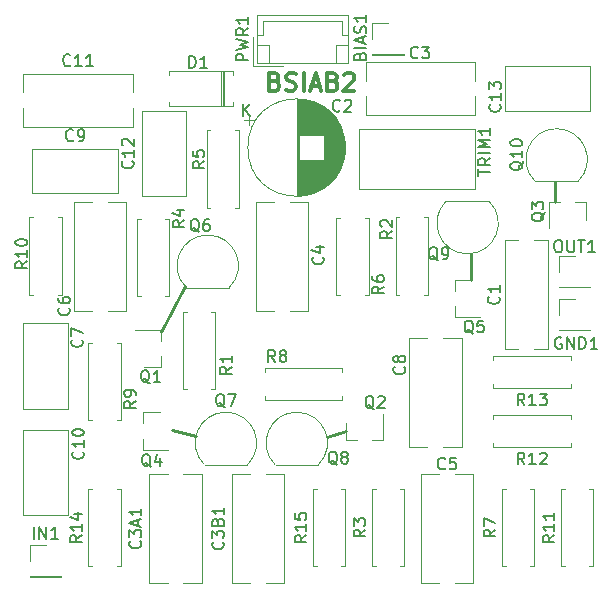
<source format=gbr>
%TF.GenerationSoftware,KiCad,Pcbnew,(5.1.12)-1*%
%TF.CreationDate,2022-03-07T16:55:28+01:00*%
%TF.ProjectId,BSIAB,42534941-422e-46b6-9963-61645f706362,rev?*%
%TF.SameCoordinates,Original*%
%TF.FileFunction,Legend,Top*%
%TF.FilePolarity,Positive*%
%FSLAX46Y46*%
G04 Gerber Fmt 4.6, Leading zero omitted, Abs format (unit mm)*
G04 Created by KiCad (PCBNEW (5.1.12)-1) date 2022-03-07 16:55:28*
%MOMM*%
%LPD*%
G01*
G04 APERTURE LIST*
%ADD10C,0.250000*%
%ADD11C,0.300000*%
%ADD12C,0.120000*%
%ADD13C,0.150000*%
G04 APERTURE END LIST*
D10*
X146100000Y-114900000D02*
X146100000Y-116600000D01*
X139000000Y-121000000D02*
X139000000Y-123200000D01*
X112800000Y-127600000D02*
X114800000Y-123700000D01*
X126800000Y-136500000D02*
X128400000Y-136000000D01*
X113700000Y-135900000D02*
X115700000Y-136400000D01*
D11*
X122428571Y-106392857D02*
X122642857Y-106464285D01*
X122714285Y-106535714D01*
X122785714Y-106678571D01*
X122785714Y-106892857D01*
X122714285Y-107035714D01*
X122642857Y-107107142D01*
X122500000Y-107178571D01*
X121928571Y-107178571D01*
X121928571Y-105678571D01*
X122428571Y-105678571D01*
X122571428Y-105750000D01*
X122642857Y-105821428D01*
X122714285Y-105964285D01*
X122714285Y-106107142D01*
X122642857Y-106250000D01*
X122571428Y-106321428D01*
X122428571Y-106392857D01*
X121928571Y-106392857D01*
X123357142Y-107107142D02*
X123571428Y-107178571D01*
X123928571Y-107178571D01*
X124071428Y-107107142D01*
X124142857Y-107035714D01*
X124214285Y-106892857D01*
X124214285Y-106750000D01*
X124142857Y-106607142D01*
X124071428Y-106535714D01*
X123928571Y-106464285D01*
X123642857Y-106392857D01*
X123500000Y-106321428D01*
X123428571Y-106250000D01*
X123357142Y-106107142D01*
X123357142Y-105964285D01*
X123428571Y-105821428D01*
X123500000Y-105750000D01*
X123642857Y-105678571D01*
X124000000Y-105678571D01*
X124214285Y-105750000D01*
X124857142Y-107178571D02*
X124857142Y-105678571D01*
X125500000Y-106750000D02*
X126214285Y-106750000D01*
X125357142Y-107178571D02*
X125857142Y-105678571D01*
X126357142Y-107178571D01*
X127357142Y-106392857D02*
X127571428Y-106464285D01*
X127642857Y-106535714D01*
X127714285Y-106678571D01*
X127714285Y-106892857D01*
X127642857Y-107035714D01*
X127571428Y-107107142D01*
X127428571Y-107178571D01*
X126857142Y-107178571D01*
X126857142Y-105678571D01*
X127357142Y-105678571D01*
X127500000Y-105750000D01*
X127571428Y-105821428D01*
X127642857Y-105964285D01*
X127642857Y-106107142D01*
X127571428Y-106250000D01*
X127500000Y-106321428D01*
X127357142Y-106392857D01*
X126857142Y-106392857D01*
X128285714Y-105821428D02*
X128357142Y-105750000D01*
X128500000Y-105678571D01*
X128857142Y-105678571D01*
X129000000Y-105750000D01*
X129071428Y-105821428D01*
X129142857Y-105964285D01*
X129142857Y-106107142D01*
X129071428Y-106321428D01*
X128214285Y-107178571D01*
X129142857Y-107178571D01*
D12*
%TO.C,C1*%
X143035000Y-129070000D02*
X141880000Y-129070000D01*
X145520000Y-129070000D02*
X144365000Y-129070000D01*
X143035000Y-119830000D02*
X141880000Y-119830000D01*
X145520000Y-119830000D02*
X144365000Y-119830000D01*
X141880000Y-119830000D02*
X141880000Y-129070000D01*
X145520000Y-119830000D02*
X145520000Y-129070000D01*
%TO.C,D1*%
X118130000Y-108470000D02*
X118130000Y-105530000D01*
X117890000Y-108470000D02*
X117890000Y-105530000D01*
X118010000Y-108470000D02*
X118010000Y-105530000D01*
X113470000Y-105530000D02*
X113470000Y-105860000D01*
X118910000Y-105530000D02*
X113470000Y-105530000D01*
X118910000Y-105860000D02*
X118910000Y-105530000D01*
X113470000Y-108470000D02*
X113470000Y-108140000D01*
X118910000Y-108470000D02*
X113470000Y-108470000D01*
X118910000Y-108140000D02*
X118910000Y-108470000D01*
%TO.C,Q1*%
X112760000Y-130580000D02*
X111300000Y-130580000D01*
X112760000Y-127420000D02*
X110600000Y-127420000D01*
X112760000Y-127420000D02*
X112760000Y-128350000D01*
X112760000Y-130580000D02*
X112760000Y-129650000D01*
%TO.C,Q2*%
X128420000Y-136760000D02*
X128420000Y-135300000D01*
X131580000Y-136760000D02*
X131580000Y-134600000D01*
X131580000Y-136760000D02*
X130650000Y-136760000D01*
X128420000Y-136760000D02*
X129350000Y-136760000D01*
%TO.C,Q3*%
X148780000Y-116640000D02*
X148780000Y-118100000D01*
X145620000Y-116640000D02*
X145620000Y-118800000D01*
X145620000Y-116640000D02*
X146550000Y-116640000D01*
X148780000Y-116640000D02*
X147850000Y-116640000D01*
%TO.C,Q4*%
X111240000Y-134420000D02*
X111240000Y-135350000D01*
X111240000Y-137580000D02*
X111240000Y-136650000D01*
X111240000Y-137580000D02*
X113400000Y-137580000D01*
X111240000Y-134420000D02*
X112700000Y-134420000D01*
%TO.C,Q5*%
X137640000Y-123220000D02*
X139100000Y-123220000D01*
X137640000Y-126380000D02*
X139800000Y-126380000D01*
X137640000Y-126380000D02*
X137640000Y-125450000D01*
X137640000Y-123220000D02*
X137640000Y-124150000D01*
%TO.C,Q6*%
X114930000Y-123850000D02*
X118530000Y-123850000D01*
X114891522Y-123838478D02*
G75*
G02*
X116730000Y-119400000I1838478J1838478D01*
G01*
X118568478Y-123838478D02*
G75*
G03*
X116730000Y-119400000I-1838478J1838478D01*
G01*
%TO.C,Q7*%
X116470000Y-138850000D02*
X120070000Y-138850000D01*
X120108478Y-138838478D02*
G75*
G03*
X118270000Y-134400000I-1838478J1838478D01*
G01*
X116431522Y-138838478D02*
G75*
G02*
X118270000Y-134400000I1838478J1838478D01*
G01*
%TO.C,Q8*%
X122470000Y-138850000D02*
X126070000Y-138850000D01*
X122431522Y-138838478D02*
G75*
G02*
X124270000Y-134400000I1838478J1838478D01*
G01*
X126108478Y-138838478D02*
G75*
G03*
X124270000Y-134400000I-1838478J1838478D01*
G01*
%TO.C,Q9*%
X140530000Y-116550000D02*
X136930000Y-116550000D01*
X136891522Y-116561522D02*
G75*
G03*
X138730000Y-121000000I1838478J-1838478D01*
G01*
X140568478Y-116561522D02*
G75*
G02*
X138730000Y-121000000I-1838478J-1838478D01*
G01*
%TO.C,Q10*%
X144470000Y-114850000D02*
X148070000Y-114850000D01*
X144431522Y-114838478D02*
G75*
G02*
X146270000Y-110400000I1838478J1838478D01*
G01*
X148108478Y-114838478D02*
G75*
G03*
X146270000Y-110400000I-1838478J1838478D01*
G01*
%TO.C,R1*%
X117370000Y-125920000D02*
X117040000Y-125920000D01*
X117370000Y-132460000D02*
X117370000Y-125920000D01*
X117040000Y-132460000D02*
X117370000Y-132460000D01*
X114630000Y-125920000D02*
X114960000Y-125920000D01*
X114630000Y-132460000D02*
X114630000Y-125920000D01*
X114960000Y-132460000D02*
X114630000Y-132460000D01*
%TO.C,R2*%
X132960000Y-124460000D02*
X132630000Y-124460000D01*
X132630000Y-124460000D02*
X132630000Y-117920000D01*
X132630000Y-117920000D02*
X132960000Y-117920000D01*
X135040000Y-124460000D02*
X135370000Y-124460000D01*
X135370000Y-124460000D02*
X135370000Y-117920000D01*
X135370000Y-117920000D02*
X135040000Y-117920000D01*
%TO.C,R3*%
X130960000Y-147460000D02*
X130630000Y-147460000D01*
X130630000Y-147460000D02*
X130630000Y-140920000D01*
X130630000Y-140920000D02*
X130960000Y-140920000D01*
X133040000Y-147460000D02*
X133370000Y-147460000D01*
X133370000Y-147460000D02*
X133370000Y-140920000D01*
X133370000Y-140920000D02*
X133040000Y-140920000D01*
%TO.C,R4*%
X113140000Y-118040000D02*
X113470000Y-118040000D01*
X113470000Y-118040000D02*
X113470000Y-124580000D01*
X113470000Y-124580000D02*
X113140000Y-124580000D01*
X111060000Y-118040000D02*
X110730000Y-118040000D01*
X110730000Y-118040000D02*
X110730000Y-124580000D01*
X110730000Y-124580000D02*
X111060000Y-124580000D01*
%TO.C,R5*%
X116630000Y-117080000D02*
X116960000Y-117080000D01*
X116630000Y-110540000D02*
X116630000Y-117080000D01*
X116960000Y-110540000D02*
X116630000Y-110540000D01*
X119370000Y-117080000D02*
X119040000Y-117080000D01*
X119370000Y-110540000D02*
X119370000Y-117080000D01*
X119040000Y-110540000D02*
X119370000Y-110540000D01*
%TO.C,R6*%
X130040000Y-117940000D02*
X130370000Y-117940000D01*
X130370000Y-117940000D02*
X130370000Y-124480000D01*
X130370000Y-124480000D02*
X130040000Y-124480000D01*
X127960000Y-117940000D02*
X127630000Y-117940000D01*
X127630000Y-117940000D02*
X127630000Y-124480000D01*
X127630000Y-124480000D02*
X127960000Y-124480000D01*
%TO.C,R7*%
X144370000Y-140920000D02*
X144040000Y-140920000D01*
X144370000Y-147460000D02*
X144370000Y-140920000D01*
X144040000Y-147460000D02*
X144370000Y-147460000D01*
X141630000Y-140920000D02*
X141960000Y-140920000D01*
X141630000Y-147460000D02*
X141630000Y-140920000D01*
X141960000Y-147460000D02*
X141630000Y-147460000D01*
%TO.C,R8*%
X121540000Y-130960000D02*
X121540000Y-130630000D01*
X121540000Y-130630000D02*
X128080000Y-130630000D01*
X128080000Y-130630000D02*
X128080000Y-130960000D01*
X121540000Y-133040000D02*
X121540000Y-133370000D01*
X121540000Y-133370000D02*
X128080000Y-133370000D01*
X128080000Y-133370000D02*
X128080000Y-133040000D01*
%TO.C,R9*%
X106630000Y-135080000D02*
X106960000Y-135080000D01*
X106630000Y-128540000D02*
X106630000Y-135080000D01*
X106960000Y-128540000D02*
X106630000Y-128540000D01*
X109370000Y-135080000D02*
X109040000Y-135080000D01*
X109370000Y-128540000D02*
X109370000Y-135080000D01*
X109040000Y-128540000D02*
X109370000Y-128540000D01*
%TO.C,R10*%
X101630000Y-124460000D02*
X101960000Y-124460000D01*
X101630000Y-117920000D02*
X101630000Y-124460000D01*
X101960000Y-117920000D02*
X101630000Y-117920000D01*
X104370000Y-124460000D02*
X104040000Y-124460000D01*
X104370000Y-117920000D02*
X104370000Y-124460000D01*
X104040000Y-117920000D02*
X104370000Y-117920000D01*
%TO.C,R11*%
X146960000Y-147460000D02*
X146630000Y-147460000D01*
X146630000Y-147460000D02*
X146630000Y-140920000D01*
X146630000Y-140920000D02*
X146960000Y-140920000D01*
X149040000Y-147460000D02*
X149370000Y-147460000D01*
X149370000Y-147460000D02*
X149370000Y-140920000D01*
X149370000Y-140920000D02*
X149040000Y-140920000D01*
%TO.C,R12*%
X147460000Y-137040000D02*
X147460000Y-137370000D01*
X147460000Y-137370000D02*
X140920000Y-137370000D01*
X140920000Y-137370000D02*
X140920000Y-137040000D01*
X147460000Y-134960000D02*
X147460000Y-134630000D01*
X147460000Y-134630000D02*
X140920000Y-134630000D01*
X140920000Y-134630000D02*
X140920000Y-134960000D01*
%TO.C,R13*%
X140920000Y-129630000D02*
X140920000Y-129960000D01*
X147460000Y-129630000D02*
X140920000Y-129630000D01*
X147460000Y-129960000D02*
X147460000Y-129630000D01*
X140920000Y-132370000D02*
X140920000Y-132040000D01*
X147460000Y-132370000D02*
X140920000Y-132370000D01*
X147460000Y-132040000D02*
X147460000Y-132370000D01*
%TO.C,R14*%
X109370000Y-140920000D02*
X109040000Y-140920000D01*
X109370000Y-147460000D02*
X109370000Y-140920000D01*
X109040000Y-147460000D02*
X109370000Y-147460000D01*
X106630000Y-140920000D02*
X106960000Y-140920000D01*
X106630000Y-147460000D02*
X106630000Y-140920000D01*
X106960000Y-147460000D02*
X106630000Y-147460000D01*
%TO.C,R15*%
X128370000Y-140920000D02*
X128040000Y-140920000D01*
X128370000Y-147460000D02*
X128370000Y-140920000D01*
X128040000Y-147460000D02*
X128370000Y-147460000D01*
X125630000Y-140920000D02*
X125960000Y-140920000D01*
X125630000Y-147460000D02*
X125630000Y-140920000D01*
X125960000Y-147460000D02*
X125630000Y-147460000D01*
%TO.C,TRIM1*%
X139345000Y-110470000D02*
X139345000Y-115540000D01*
X129575000Y-110470000D02*
X129575000Y-115540000D01*
X129575000Y-115540000D02*
X139345000Y-115540000D01*
X129575000Y-110470000D02*
X139345000Y-110470000D01*
%TO.C,C2*%
X120240302Y-109285000D02*
X120240302Y-110085000D01*
X119840302Y-109685000D02*
X120640302Y-109685000D01*
X128331000Y-111467000D02*
X128331000Y-112533000D01*
X128291000Y-111232000D02*
X128291000Y-112768000D01*
X128251000Y-111052000D02*
X128251000Y-112948000D01*
X128211000Y-110902000D02*
X128211000Y-113098000D01*
X128171000Y-110771000D02*
X128171000Y-113229000D01*
X128131000Y-110654000D02*
X128131000Y-113346000D01*
X128091000Y-110547000D02*
X128091000Y-113453000D01*
X128051000Y-110448000D02*
X128051000Y-113552000D01*
X128011000Y-110355000D02*
X128011000Y-113645000D01*
X127971000Y-110269000D02*
X127971000Y-113731000D01*
X127931000Y-110187000D02*
X127931000Y-113813000D01*
X127891000Y-110110000D02*
X127891000Y-113890000D01*
X127851000Y-110036000D02*
X127851000Y-113964000D01*
X127811000Y-109966000D02*
X127811000Y-114034000D01*
X127771000Y-109898000D02*
X127771000Y-114102000D01*
X127731000Y-109834000D02*
X127731000Y-114166000D01*
X127691000Y-109772000D02*
X127691000Y-114228000D01*
X127651000Y-109713000D02*
X127651000Y-114287000D01*
X127611000Y-109655000D02*
X127611000Y-114345000D01*
X127571000Y-109600000D02*
X127571000Y-114400000D01*
X127531000Y-109546000D02*
X127531000Y-114454000D01*
X127491000Y-109495000D02*
X127491000Y-114505000D01*
X127451000Y-109444000D02*
X127451000Y-114556000D01*
X127411000Y-109396000D02*
X127411000Y-114604000D01*
X127371000Y-109349000D02*
X127371000Y-114651000D01*
X127331000Y-109303000D02*
X127331000Y-114697000D01*
X127291000Y-109259000D02*
X127291000Y-114741000D01*
X127251000Y-109216000D02*
X127251000Y-114784000D01*
X127211000Y-109174000D02*
X127211000Y-114826000D01*
X127171000Y-109133000D02*
X127171000Y-114867000D01*
X127131000Y-109093000D02*
X127131000Y-114907000D01*
X127091000Y-109055000D02*
X127091000Y-114945000D01*
X127051000Y-109017000D02*
X127051000Y-114983000D01*
X127011000Y-108981000D02*
X127011000Y-115019000D01*
X126971000Y-108945000D02*
X126971000Y-115055000D01*
X126931000Y-108910000D02*
X126931000Y-115090000D01*
X126891000Y-108876000D02*
X126891000Y-115124000D01*
X126851000Y-108844000D02*
X126851000Y-115156000D01*
X126811000Y-108811000D02*
X126811000Y-115189000D01*
X126771000Y-108780000D02*
X126771000Y-115220000D01*
X126731000Y-108750000D02*
X126731000Y-115250000D01*
X126691000Y-108720000D02*
X126691000Y-115280000D01*
X126651000Y-108691000D02*
X126651000Y-115309000D01*
X126611000Y-108662000D02*
X126611000Y-115338000D01*
X126571000Y-108635000D02*
X126571000Y-115365000D01*
X126531000Y-113040000D02*
X126531000Y-115392000D01*
X126531000Y-108608000D02*
X126531000Y-110960000D01*
X126491000Y-113040000D02*
X126491000Y-115418000D01*
X126491000Y-108582000D02*
X126491000Y-110960000D01*
X126451000Y-113040000D02*
X126451000Y-115444000D01*
X126451000Y-108556000D02*
X126451000Y-110960000D01*
X126411000Y-113040000D02*
X126411000Y-115469000D01*
X126411000Y-108531000D02*
X126411000Y-110960000D01*
X126371000Y-113040000D02*
X126371000Y-115493000D01*
X126371000Y-108507000D02*
X126371000Y-110960000D01*
X126331000Y-113040000D02*
X126331000Y-115517000D01*
X126331000Y-108483000D02*
X126331000Y-110960000D01*
X126291000Y-113040000D02*
X126291000Y-115540000D01*
X126291000Y-108460000D02*
X126291000Y-110960000D01*
X126251000Y-113040000D02*
X126251000Y-115562000D01*
X126251000Y-108438000D02*
X126251000Y-110960000D01*
X126211000Y-113040000D02*
X126211000Y-115584000D01*
X126211000Y-108416000D02*
X126211000Y-110960000D01*
X126171000Y-113040000D02*
X126171000Y-115606000D01*
X126171000Y-108394000D02*
X126171000Y-110960000D01*
X126131000Y-113040000D02*
X126131000Y-115627000D01*
X126131000Y-108373000D02*
X126131000Y-110960000D01*
X126091000Y-113040000D02*
X126091000Y-115647000D01*
X126091000Y-108353000D02*
X126091000Y-110960000D01*
X126051000Y-113040000D02*
X126051000Y-115666000D01*
X126051000Y-108334000D02*
X126051000Y-110960000D01*
X126011000Y-113040000D02*
X126011000Y-115686000D01*
X126011000Y-108314000D02*
X126011000Y-110960000D01*
X125971000Y-113040000D02*
X125971000Y-115704000D01*
X125971000Y-108296000D02*
X125971000Y-110960000D01*
X125931000Y-113040000D02*
X125931000Y-115722000D01*
X125931000Y-108278000D02*
X125931000Y-110960000D01*
X125891000Y-113040000D02*
X125891000Y-115740000D01*
X125891000Y-108260000D02*
X125891000Y-110960000D01*
X125851000Y-113040000D02*
X125851000Y-115757000D01*
X125851000Y-108243000D02*
X125851000Y-110960000D01*
X125811000Y-113040000D02*
X125811000Y-115774000D01*
X125811000Y-108226000D02*
X125811000Y-110960000D01*
X125771000Y-113040000D02*
X125771000Y-115790000D01*
X125771000Y-108210000D02*
X125771000Y-110960000D01*
X125731000Y-113040000D02*
X125731000Y-115805000D01*
X125731000Y-108195000D02*
X125731000Y-110960000D01*
X125691000Y-113040000D02*
X125691000Y-115821000D01*
X125691000Y-108179000D02*
X125691000Y-110960000D01*
X125651000Y-113040000D02*
X125651000Y-115835000D01*
X125651000Y-108165000D02*
X125651000Y-110960000D01*
X125611000Y-113040000D02*
X125611000Y-115850000D01*
X125611000Y-108150000D02*
X125611000Y-110960000D01*
X125571000Y-113040000D02*
X125571000Y-115863000D01*
X125571000Y-108137000D02*
X125571000Y-110960000D01*
X125531000Y-113040000D02*
X125531000Y-115877000D01*
X125531000Y-108123000D02*
X125531000Y-110960000D01*
X125491000Y-113040000D02*
X125491000Y-115889000D01*
X125491000Y-108111000D02*
X125491000Y-110960000D01*
X125451000Y-113040000D02*
X125451000Y-115902000D01*
X125451000Y-108098000D02*
X125451000Y-110960000D01*
X125411000Y-113040000D02*
X125411000Y-115914000D01*
X125411000Y-108086000D02*
X125411000Y-110960000D01*
X125371000Y-113040000D02*
X125371000Y-115925000D01*
X125371000Y-108075000D02*
X125371000Y-110960000D01*
X125331000Y-113040000D02*
X125331000Y-115936000D01*
X125331000Y-108064000D02*
X125331000Y-110960000D01*
X125291000Y-113040000D02*
X125291000Y-115947000D01*
X125291000Y-108053000D02*
X125291000Y-110960000D01*
X125251000Y-113040000D02*
X125251000Y-115957000D01*
X125251000Y-108043000D02*
X125251000Y-110960000D01*
X125211000Y-113040000D02*
X125211000Y-115967000D01*
X125211000Y-108033000D02*
X125211000Y-110960000D01*
X125171000Y-113040000D02*
X125171000Y-115976000D01*
X125171000Y-108024000D02*
X125171000Y-110960000D01*
X125131000Y-113040000D02*
X125131000Y-115985000D01*
X125131000Y-108015000D02*
X125131000Y-110960000D01*
X125091000Y-113040000D02*
X125091000Y-115994000D01*
X125091000Y-108006000D02*
X125091000Y-110960000D01*
X125051000Y-113040000D02*
X125051000Y-116002000D01*
X125051000Y-107998000D02*
X125051000Y-110960000D01*
X125011000Y-113040000D02*
X125011000Y-116010000D01*
X125011000Y-107990000D02*
X125011000Y-110960000D01*
X124971000Y-113040000D02*
X124971000Y-116017000D01*
X124971000Y-107983000D02*
X124971000Y-110960000D01*
X124930000Y-113040000D02*
X124930000Y-116024000D01*
X124930000Y-107976000D02*
X124930000Y-110960000D01*
X124890000Y-113040000D02*
X124890000Y-116030000D01*
X124890000Y-107970000D02*
X124890000Y-110960000D01*
X124850000Y-113040000D02*
X124850000Y-116037000D01*
X124850000Y-107963000D02*
X124850000Y-110960000D01*
X124810000Y-113040000D02*
X124810000Y-116042000D01*
X124810000Y-107958000D02*
X124810000Y-110960000D01*
X124770000Y-113040000D02*
X124770000Y-116048000D01*
X124770000Y-107952000D02*
X124770000Y-110960000D01*
X124730000Y-113040000D02*
X124730000Y-116052000D01*
X124730000Y-107948000D02*
X124730000Y-110960000D01*
X124690000Y-113040000D02*
X124690000Y-116057000D01*
X124690000Y-107943000D02*
X124690000Y-110960000D01*
X124650000Y-113040000D02*
X124650000Y-116061000D01*
X124650000Y-107939000D02*
X124650000Y-110960000D01*
X124610000Y-113040000D02*
X124610000Y-116065000D01*
X124610000Y-107935000D02*
X124610000Y-110960000D01*
X124570000Y-113040000D02*
X124570000Y-116068000D01*
X124570000Y-107932000D02*
X124570000Y-110960000D01*
X124530000Y-113040000D02*
X124530000Y-116071000D01*
X124530000Y-107929000D02*
X124530000Y-110960000D01*
X124490000Y-113040000D02*
X124490000Y-116074000D01*
X124490000Y-107926000D02*
X124490000Y-110960000D01*
X124450000Y-107924000D02*
X124450000Y-116076000D01*
X124410000Y-107923000D02*
X124410000Y-116077000D01*
X124370000Y-107921000D02*
X124370000Y-116079000D01*
X124330000Y-107920000D02*
X124330000Y-116080000D01*
X124290000Y-107920000D02*
X124290000Y-116080000D01*
X124250000Y-107920000D02*
X124250000Y-116080000D01*
X128370000Y-112000000D02*
G75*
G03*
X128370000Y-112000000I-4120000J0D01*
G01*
%TO.C,C7*%
X101130000Y-126880000D02*
X104870000Y-126880000D01*
X101130000Y-134120000D02*
X104870000Y-134120000D01*
X104870000Y-134120000D02*
X104870000Y-126880000D01*
X101130000Y-134120000D02*
X101130000Y-126880000D01*
%TO.C,C9*%
X101880000Y-112130000D02*
X109120000Y-112130000D01*
X101880000Y-115870000D02*
X109120000Y-115870000D01*
X101880000Y-112130000D02*
X101880000Y-115870000D01*
X109120000Y-112130000D02*
X109120000Y-115870000D01*
%TO.C,C10*%
X101130000Y-135880000D02*
X104870000Y-135880000D01*
X101130000Y-143120000D02*
X104870000Y-143120000D01*
X104870000Y-143120000D02*
X104870000Y-135880000D01*
X101130000Y-143120000D02*
X101130000Y-135880000D01*
%TO.C,C12*%
X111130000Y-108880000D02*
X114870000Y-108880000D01*
X111130000Y-116120000D02*
X114870000Y-116120000D01*
X114870000Y-116120000D02*
X114870000Y-108880000D01*
X111130000Y-116120000D02*
X111130000Y-108880000D01*
%TO.C,C13*%
X149120000Y-108870000D02*
X141880000Y-108870000D01*
X149120000Y-105130000D02*
X141880000Y-105130000D01*
X149120000Y-108870000D02*
X149120000Y-105130000D01*
X141880000Y-108870000D02*
X141880000Y-105130000D01*
%TO.C,C3*%
X139370000Y-107665000D02*
X139370000Y-109220000D01*
X139370000Y-104780000D02*
X139370000Y-106335000D01*
X130130000Y-107665000D02*
X130130000Y-109220000D01*
X130130000Y-104780000D02*
X130130000Y-106335000D01*
X130130000Y-109220000D02*
X139370000Y-109220000D01*
X130130000Y-104780000D02*
X139370000Y-104780000D01*
%TO.C,C4*%
X123665000Y-116630000D02*
X125220000Y-116630000D01*
X120780000Y-116630000D02*
X122335000Y-116630000D01*
X123665000Y-125870000D02*
X125220000Y-125870000D01*
X120780000Y-125870000D02*
X122335000Y-125870000D01*
X125220000Y-125870000D02*
X125220000Y-116630000D01*
X120780000Y-125870000D02*
X120780000Y-116630000D01*
%TO.C,C5*%
X137665000Y-139630000D02*
X139220000Y-139630000D01*
X134780000Y-139630000D02*
X136335000Y-139630000D01*
X137665000Y-148870000D02*
X139220000Y-148870000D01*
X134780000Y-148870000D02*
X136335000Y-148870000D01*
X139220000Y-148870000D02*
X139220000Y-139630000D01*
X134780000Y-148870000D02*
X134780000Y-139630000D01*
%TO.C,C6*%
X105380000Y-125870000D02*
X105380000Y-116630000D01*
X109820000Y-125870000D02*
X109820000Y-116630000D01*
X105380000Y-125870000D02*
X106935000Y-125870000D01*
X108265000Y-125870000D02*
X109820000Y-125870000D01*
X105380000Y-116630000D02*
X106935000Y-116630000D01*
X108265000Y-116630000D02*
X109820000Y-116630000D01*
%TO.C,C8*%
X138220000Y-128130000D02*
X138220000Y-137370000D01*
X133780000Y-128130000D02*
X133780000Y-137370000D01*
X138220000Y-128130000D02*
X136665000Y-128130000D01*
X135335000Y-128130000D02*
X133780000Y-128130000D01*
X138220000Y-137370000D02*
X136665000Y-137370000D01*
X135335000Y-137370000D02*
X133780000Y-137370000D01*
%TO.C,C11*%
X101130000Y-105780000D02*
X110370000Y-105780000D01*
X101130000Y-110220000D02*
X110370000Y-110220000D01*
X101130000Y-105780000D02*
X101130000Y-107335000D01*
X101130000Y-108665000D02*
X101130000Y-110220000D01*
X110370000Y-105780000D02*
X110370000Y-107335000D01*
X110370000Y-108665000D02*
X110370000Y-110220000D01*
%TO.C,C3A1*%
X114665000Y-139630000D02*
X116220000Y-139630000D01*
X111780000Y-139630000D02*
X113335000Y-139630000D01*
X114665000Y-148870000D02*
X116220000Y-148870000D01*
X111780000Y-148870000D02*
X113335000Y-148870000D01*
X116220000Y-148870000D02*
X116220000Y-139630000D01*
X111780000Y-148870000D02*
X111780000Y-139630000D01*
%TO.C,C3B1*%
X118780000Y-148870000D02*
X118780000Y-139630000D01*
X123220000Y-148870000D02*
X123220000Y-139630000D01*
X118780000Y-148870000D02*
X120335000Y-148870000D01*
X121665000Y-148870000D02*
X123220000Y-148870000D01*
X118780000Y-139630000D02*
X120335000Y-139630000D01*
X121665000Y-139630000D02*
X123220000Y-139630000D01*
%TO.C,PWR1*%
X120890000Y-100790000D02*
X120890000Y-104810000D01*
X120890000Y-104810000D02*
X128610000Y-104810000D01*
X128610000Y-104810000D02*
X128610000Y-100790000D01*
X128610000Y-100790000D02*
X120890000Y-100790000D01*
X120890000Y-102500000D02*
X121390000Y-102500000D01*
X121390000Y-102500000D02*
X121390000Y-101290000D01*
X121390000Y-101290000D02*
X128110000Y-101290000D01*
X128110000Y-101290000D02*
X128110000Y-102500000D01*
X128110000Y-102500000D02*
X128610000Y-102500000D01*
X120890000Y-103310000D02*
X121890000Y-103310000D01*
X121890000Y-103310000D02*
X121890000Y-104810000D01*
X128610000Y-103310000D02*
X127610000Y-103310000D01*
X127610000Y-103310000D02*
X127610000Y-104810000D01*
X120590000Y-102610000D02*
X120590000Y-105110000D01*
X120590000Y-105110000D02*
X123090000Y-105110000D01*
%TO.C,BIAS1*%
X130670000Y-104130000D02*
X133330000Y-104130000D01*
X130670000Y-104070000D02*
X130670000Y-104130000D01*
X133330000Y-104070000D02*
X133330000Y-104130000D01*
X130670000Y-104070000D02*
X133330000Y-104070000D01*
X130670000Y-102800000D02*
X130670000Y-101470000D01*
X130670000Y-101470000D02*
X132000000Y-101470000D01*
%TO.C,GND1*%
X146470000Y-124820000D02*
X147800000Y-124820000D01*
X146470000Y-126150000D02*
X146470000Y-124820000D01*
X146470000Y-127420000D02*
X149130000Y-127420000D01*
X149130000Y-127420000D02*
X149130000Y-127480000D01*
X146470000Y-127420000D02*
X146470000Y-127480000D01*
X146470000Y-127480000D02*
X149130000Y-127480000D01*
%TO.C,IN1*%
X101670000Y-145670000D02*
X103000000Y-145670000D01*
X101670000Y-147000000D02*
X101670000Y-145670000D01*
X101670000Y-148270000D02*
X104330000Y-148270000D01*
X104330000Y-148270000D02*
X104330000Y-148330000D01*
X101670000Y-148270000D02*
X101670000Y-148330000D01*
X101670000Y-148330000D02*
X104330000Y-148330000D01*
%TO.C,OUT1*%
X146470000Y-123830000D02*
X149130000Y-123830000D01*
X146470000Y-123770000D02*
X146470000Y-123830000D01*
X149130000Y-123770000D02*
X149130000Y-123830000D01*
X146470000Y-123770000D02*
X149130000Y-123770000D01*
X146470000Y-122500000D02*
X146470000Y-121170000D01*
X146470000Y-121170000D02*
X147800000Y-121170000D01*
%TO.C,C1*%
D13*
X141357142Y-124616666D02*
X141404761Y-124664285D01*
X141452380Y-124807142D01*
X141452380Y-124902380D01*
X141404761Y-125045238D01*
X141309523Y-125140476D01*
X141214285Y-125188095D01*
X141023809Y-125235714D01*
X140880952Y-125235714D01*
X140690476Y-125188095D01*
X140595238Y-125140476D01*
X140500000Y-125045238D01*
X140452380Y-124902380D01*
X140452380Y-124807142D01*
X140500000Y-124664285D01*
X140547619Y-124616666D01*
X141452380Y-123664285D02*
X141452380Y-124235714D01*
X141452380Y-123950000D02*
X140452380Y-123950000D01*
X140595238Y-124045238D01*
X140690476Y-124140476D01*
X140738095Y-124235714D01*
%TO.C,D1*%
X115161904Y-105252380D02*
X115161904Y-104252380D01*
X115400000Y-104252380D01*
X115542857Y-104300000D01*
X115638095Y-104395238D01*
X115685714Y-104490476D01*
X115733333Y-104680952D01*
X115733333Y-104823809D01*
X115685714Y-105014285D01*
X115638095Y-105109523D01*
X115542857Y-105204761D01*
X115400000Y-105252380D01*
X115161904Y-105252380D01*
X116685714Y-105252380D02*
X116114285Y-105252380D01*
X116400000Y-105252380D02*
X116400000Y-104252380D01*
X116304761Y-104395238D01*
X116209523Y-104490476D01*
X116114285Y-104538095D01*
X119738095Y-109352380D02*
X119738095Y-108352380D01*
X120309523Y-109352380D02*
X119880952Y-108780952D01*
X120309523Y-108352380D02*
X119738095Y-108923809D01*
%TO.C,Q1*%
X111804761Y-131947619D02*
X111709523Y-131900000D01*
X111614285Y-131804761D01*
X111471428Y-131661904D01*
X111376190Y-131614285D01*
X111280952Y-131614285D01*
X111328571Y-131852380D02*
X111233333Y-131804761D01*
X111138095Y-131709523D01*
X111090476Y-131519047D01*
X111090476Y-131185714D01*
X111138095Y-130995238D01*
X111233333Y-130900000D01*
X111328571Y-130852380D01*
X111519047Y-130852380D01*
X111614285Y-130900000D01*
X111709523Y-130995238D01*
X111757142Y-131185714D01*
X111757142Y-131519047D01*
X111709523Y-131709523D01*
X111614285Y-131804761D01*
X111519047Y-131852380D01*
X111328571Y-131852380D01*
X112709523Y-131852380D02*
X112138095Y-131852380D01*
X112423809Y-131852380D02*
X112423809Y-130852380D01*
X112328571Y-130995238D01*
X112233333Y-131090476D01*
X112138095Y-131138095D01*
%TO.C,Q2*%
X130804761Y-134147619D02*
X130709523Y-134100000D01*
X130614285Y-134004761D01*
X130471428Y-133861904D01*
X130376190Y-133814285D01*
X130280952Y-133814285D01*
X130328571Y-134052380D02*
X130233333Y-134004761D01*
X130138095Y-133909523D01*
X130090476Y-133719047D01*
X130090476Y-133385714D01*
X130138095Y-133195238D01*
X130233333Y-133100000D01*
X130328571Y-133052380D01*
X130519047Y-133052380D01*
X130614285Y-133100000D01*
X130709523Y-133195238D01*
X130757142Y-133385714D01*
X130757142Y-133719047D01*
X130709523Y-133909523D01*
X130614285Y-134004761D01*
X130519047Y-134052380D01*
X130328571Y-134052380D01*
X131138095Y-133147619D02*
X131185714Y-133100000D01*
X131280952Y-133052380D01*
X131519047Y-133052380D01*
X131614285Y-133100000D01*
X131661904Y-133147619D01*
X131709523Y-133242857D01*
X131709523Y-133338095D01*
X131661904Y-133480952D01*
X131090476Y-134052380D01*
X131709523Y-134052380D01*
%TO.C,Q3*%
X145247619Y-117495238D02*
X145200000Y-117590476D01*
X145104761Y-117685714D01*
X144961904Y-117828571D01*
X144914285Y-117923809D01*
X144914285Y-118019047D01*
X145152380Y-117971428D02*
X145104761Y-118066666D01*
X145009523Y-118161904D01*
X144819047Y-118209523D01*
X144485714Y-118209523D01*
X144295238Y-118161904D01*
X144200000Y-118066666D01*
X144152380Y-117971428D01*
X144152380Y-117780952D01*
X144200000Y-117685714D01*
X144295238Y-117590476D01*
X144485714Y-117542857D01*
X144819047Y-117542857D01*
X145009523Y-117590476D01*
X145104761Y-117685714D01*
X145152380Y-117780952D01*
X145152380Y-117971428D01*
X144152380Y-117209523D02*
X144152380Y-116590476D01*
X144533333Y-116923809D01*
X144533333Y-116780952D01*
X144580952Y-116685714D01*
X144628571Y-116638095D01*
X144723809Y-116590476D01*
X144961904Y-116590476D01*
X145057142Y-116638095D01*
X145104761Y-116685714D01*
X145152380Y-116780952D01*
X145152380Y-117066666D01*
X145104761Y-117161904D01*
X145057142Y-117209523D01*
%TO.C,Q4*%
X111904761Y-139047619D02*
X111809523Y-139000000D01*
X111714285Y-138904761D01*
X111571428Y-138761904D01*
X111476190Y-138714285D01*
X111380952Y-138714285D01*
X111428571Y-138952380D02*
X111333333Y-138904761D01*
X111238095Y-138809523D01*
X111190476Y-138619047D01*
X111190476Y-138285714D01*
X111238095Y-138095238D01*
X111333333Y-138000000D01*
X111428571Y-137952380D01*
X111619047Y-137952380D01*
X111714285Y-138000000D01*
X111809523Y-138095238D01*
X111857142Y-138285714D01*
X111857142Y-138619047D01*
X111809523Y-138809523D01*
X111714285Y-138904761D01*
X111619047Y-138952380D01*
X111428571Y-138952380D01*
X112714285Y-138285714D02*
X112714285Y-138952380D01*
X112476190Y-137904761D02*
X112238095Y-138619047D01*
X112857142Y-138619047D01*
%TO.C,Q5*%
X139204761Y-127747619D02*
X139109523Y-127700000D01*
X139014285Y-127604761D01*
X138871428Y-127461904D01*
X138776190Y-127414285D01*
X138680952Y-127414285D01*
X138728571Y-127652380D02*
X138633333Y-127604761D01*
X138538095Y-127509523D01*
X138490476Y-127319047D01*
X138490476Y-126985714D01*
X138538095Y-126795238D01*
X138633333Y-126700000D01*
X138728571Y-126652380D01*
X138919047Y-126652380D01*
X139014285Y-126700000D01*
X139109523Y-126795238D01*
X139157142Y-126985714D01*
X139157142Y-127319047D01*
X139109523Y-127509523D01*
X139014285Y-127604761D01*
X138919047Y-127652380D01*
X138728571Y-127652380D01*
X140061904Y-126652380D02*
X139585714Y-126652380D01*
X139538095Y-127128571D01*
X139585714Y-127080952D01*
X139680952Y-127033333D01*
X139919047Y-127033333D01*
X140014285Y-127080952D01*
X140061904Y-127128571D01*
X140109523Y-127223809D01*
X140109523Y-127461904D01*
X140061904Y-127557142D01*
X140014285Y-127604761D01*
X139919047Y-127652380D01*
X139680952Y-127652380D01*
X139585714Y-127604761D01*
X139538095Y-127557142D01*
%TO.C,Q6*%
X116004761Y-119147619D02*
X115909523Y-119100000D01*
X115814285Y-119004761D01*
X115671428Y-118861904D01*
X115576190Y-118814285D01*
X115480952Y-118814285D01*
X115528571Y-119052380D02*
X115433333Y-119004761D01*
X115338095Y-118909523D01*
X115290476Y-118719047D01*
X115290476Y-118385714D01*
X115338095Y-118195238D01*
X115433333Y-118100000D01*
X115528571Y-118052380D01*
X115719047Y-118052380D01*
X115814285Y-118100000D01*
X115909523Y-118195238D01*
X115957142Y-118385714D01*
X115957142Y-118719047D01*
X115909523Y-118909523D01*
X115814285Y-119004761D01*
X115719047Y-119052380D01*
X115528571Y-119052380D01*
X116814285Y-118052380D02*
X116623809Y-118052380D01*
X116528571Y-118100000D01*
X116480952Y-118147619D01*
X116385714Y-118290476D01*
X116338095Y-118480952D01*
X116338095Y-118861904D01*
X116385714Y-118957142D01*
X116433333Y-119004761D01*
X116528571Y-119052380D01*
X116719047Y-119052380D01*
X116814285Y-119004761D01*
X116861904Y-118957142D01*
X116909523Y-118861904D01*
X116909523Y-118623809D01*
X116861904Y-118528571D01*
X116814285Y-118480952D01*
X116719047Y-118433333D01*
X116528571Y-118433333D01*
X116433333Y-118480952D01*
X116385714Y-118528571D01*
X116338095Y-118623809D01*
%TO.C,Q7*%
X118174761Y-133987619D02*
X118079523Y-133940000D01*
X117984285Y-133844761D01*
X117841428Y-133701904D01*
X117746190Y-133654285D01*
X117650952Y-133654285D01*
X117698571Y-133892380D02*
X117603333Y-133844761D01*
X117508095Y-133749523D01*
X117460476Y-133559047D01*
X117460476Y-133225714D01*
X117508095Y-133035238D01*
X117603333Y-132940000D01*
X117698571Y-132892380D01*
X117889047Y-132892380D01*
X117984285Y-132940000D01*
X118079523Y-133035238D01*
X118127142Y-133225714D01*
X118127142Y-133559047D01*
X118079523Y-133749523D01*
X117984285Y-133844761D01*
X117889047Y-133892380D01*
X117698571Y-133892380D01*
X118460476Y-132892380D02*
X119127142Y-132892380D01*
X118698571Y-133892380D01*
%TO.C,Q8*%
X127704761Y-138847619D02*
X127609523Y-138800000D01*
X127514285Y-138704761D01*
X127371428Y-138561904D01*
X127276190Y-138514285D01*
X127180952Y-138514285D01*
X127228571Y-138752380D02*
X127133333Y-138704761D01*
X127038095Y-138609523D01*
X126990476Y-138419047D01*
X126990476Y-138085714D01*
X127038095Y-137895238D01*
X127133333Y-137800000D01*
X127228571Y-137752380D01*
X127419047Y-137752380D01*
X127514285Y-137800000D01*
X127609523Y-137895238D01*
X127657142Y-138085714D01*
X127657142Y-138419047D01*
X127609523Y-138609523D01*
X127514285Y-138704761D01*
X127419047Y-138752380D01*
X127228571Y-138752380D01*
X128228571Y-138180952D02*
X128133333Y-138133333D01*
X128085714Y-138085714D01*
X128038095Y-137990476D01*
X128038095Y-137942857D01*
X128085714Y-137847619D01*
X128133333Y-137800000D01*
X128228571Y-137752380D01*
X128419047Y-137752380D01*
X128514285Y-137800000D01*
X128561904Y-137847619D01*
X128609523Y-137942857D01*
X128609523Y-137990476D01*
X128561904Y-138085714D01*
X128514285Y-138133333D01*
X128419047Y-138180952D01*
X128228571Y-138180952D01*
X128133333Y-138228571D01*
X128085714Y-138276190D01*
X128038095Y-138371428D01*
X128038095Y-138561904D01*
X128085714Y-138657142D01*
X128133333Y-138704761D01*
X128228571Y-138752380D01*
X128419047Y-138752380D01*
X128514285Y-138704761D01*
X128561904Y-138657142D01*
X128609523Y-138561904D01*
X128609523Y-138371428D01*
X128561904Y-138276190D01*
X128514285Y-138228571D01*
X128419047Y-138180952D01*
%TO.C,Q9*%
X136204761Y-121547619D02*
X136109523Y-121500000D01*
X136014285Y-121404761D01*
X135871428Y-121261904D01*
X135776190Y-121214285D01*
X135680952Y-121214285D01*
X135728571Y-121452380D02*
X135633333Y-121404761D01*
X135538095Y-121309523D01*
X135490476Y-121119047D01*
X135490476Y-120785714D01*
X135538095Y-120595238D01*
X135633333Y-120500000D01*
X135728571Y-120452380D01*
X135919047Y-120452380D01*
X136014285Y-120500000D01*
X136109523Y-120595238D01*
X136157142Y-120785714D01*
X136157142Y-121119047D01*
X136109523Y-121309523D01*
X136014285Y-121404761D01*
X135919047Y-121452380D01*
X135728571Y-121452380D01*
X136633333Y-121452380D02*
X136823809Y-121452380D01*
X136919047Y-121404761D01*
X136966666Y-121357142D01*
X137061904Y-121214285D01*
X137109523Y-121023809D01*
X137109523Y-120642857D01*
X137061904Y-120547619D01*
X137014285Y-120500000D01*
X136919047Y-120452380D01*
X136728571Y-120452380D01*
X136633333Y-120500000D01*
X136585714Y-120547619D01*
X136538095Y-120642857D01*
X136538095Y-120880952D01*
X136585714Y-120976190D01*
X136633333Y-121023809D01*
X136728571Y-121071428D01*
X136919047Y-121071428D01*
X137014285Y-121023809D01*
X137061904Y-120976190D01*
X137109523Y-120880952D01*
%TO.C,Q10*%
X143447619Y-113171428D02*
X143400000Y-113266666D01*
X143304761Y-113361904D01*
X143161904Y-113504761D01*
X143114285Y-113600000D01*
X143114285Y-113695238D01*
X143352380Y-113647619D02*
X143304761Y-113742857D01*
X143209523Y-113838095D01*
X143019047Y-113885714D01*
X142685714Y-113885714D01*
X142495238Y-113838095D01*
X142400000Y-113742857D01*
X142352380Y-113647619D01*
X142352380Y-113457142D01*
X142400000Y-113361904D01*
X142495238Y-113266666D01*
X142685714Y-113219047D01*
X143019047Y-113219047D01*
X143209523Y-113266666D01*
X143304761Y-113361904D01*
X143352380Y-113457142D01*
X143352380Y-113647619D01*
X143352380Y-112266666D02*
X143352380Y-112838095D01*
X143352380Y-112552380D02*
X142352380Y-112552380D01*
X142495238Y-112647619D01*
X142590476Y-112742857D01*
X142638095Y-112838095D01*
X142352380Y-111647619D02*
X142352380Y-111552380D01*
X142400000Y-111457142D01*
X142447619Y-111409523D01*
X142542857Y-111361904D01*
X142733333Y-111314285D01*
X142971428Y-111314285D01*
X143161904Y-111361904D01*
X143257142Y-111409523D01*
X143304761Y-111457142D01*
X143352380Y-111552380D01*
X143352380Y-111647619D01*
X143304761Y-111742857D01*
X143257142Y-111790476D01*
X143161904Y-111838095D01*
X142971428Y-111885714D01*
X142733333Y-111885714D01*
X142542857Y-111838095D01*
X142447619Y-111790476D01*
X142400000Y-111742857D01*
X142352380Y-111647619D01*
%TO.C,R1*%
X118752380Y-130566666D02*
X118276190Y-130900000D01*
X118752380Y-131138095D02*
X117752380Y-131138095D01*
X117752380Y-130757142D01*
X117800000Y-130661904D01*
X117847619Y-130614285D01*
X117942857Y-130566666D01*
X118085714Y-130566666D01*
X118180952Y-130614285D01*
X118228571Y-130661904D01*
X118276190Y-130757142D01*
X118276190Y-131138095D01*
X118752380Y-129614285D02*
X118752380Y-130185714D01*
X118752380Y-129900000D02*
X117752380Y-129900000D01*
X117895238Y-129995238D01*
X117990476Y-130090476D01*
X118038095Y-130185714D01*
%TO.C,R2*%
X132352380Y-119066666D02*
X131876190Y-119400000D01*
X132352380Y-119638095D02*
X131352380Y-119638095D01*
X131352380Y-119257142D01*
X131400000Y-119161904D01*
X131447619Y-119114285D01*
X131542857Y-119066666D01*
X131685714Y-119066666D01*
X131780952Y-119114285D01*
X131828571Y-119161904D01*
X131876190Y-119257142D01*
X131876190Y-119638095D01*
X131447619Y-118685714D02*
X131400000Y-118638095D01*
X131352380Y-118542857D01*
X131352380Y-118304761D01*
X131400000Y-118209523D01*
X131447619Y-118161904D01*
X131542857Y-118114285D01*
X131638095Y-118114285D01*
X131780952Y-118161904D01*
X132352380Y-118733333D01*
X132352380Y-118114285D01*
%TO.C,R3*%
X130082380Y-144356666D02*
X129606190Y-144690000D01*
X130082380Y-144928095D02*
X129082380Y-144928095D01*
X129082380Y-144547142D01*
X129130000Y-144451904D01*
X129177619Y-144404285D01*
X129272857Y-144356666D01*
X129415714Y-144356666D01*
X129510952Y-144404285D01*
X129558571Y-144451904D01*
X129606190Y-144547142D01*
X129606190Y-144928095D01*
X129082380Y-144023333D02*
X129082380Y-143404285D01*
X129463333Y-143737619D01*
X129463333Y-143594761D01*
X129510952Y-143499523D01*
X129558571Y-143451904D01*
X129653809Y-143404285D01*
X129891904Y-143404285D01*
X129987142Y-143451904D01*
X130034761Y-143499523D01*
X130082380Y-143594761D01*
X130082380Y-143880476D01*
X130034761Y-143975714D01*
X129987142Y-144023333D01*
%TO.C,R4*%
X114752380Y-118166666D02*
X114276190Y-118500000D01*
X114752380Y-118738095D02*
X113752380Y-118738095D01*
X113752380Y-118357142D01*
X113800000Y-118261904D01*
X113847619Y-118214285D01*
X113942857Y-118166666D01*
X114085714Y-118166666D01*
X114180952Y-118214285D01*
X114228571Y-118261904D01*
X114276190Y-118357142D01*
X114276190Y-118738095D01*
X114085714Y-117309523D02*
X114752380Y-117309523D01*
X113704761Y-117547619D02*
X114419047Y-117785714D01*
X114419047Y-117166666D01*
%TO.C,R5*%
X116452380Y-113166666D02*
X115976190Y-113500000D01*
X116452380Y-113738095D02*
X115452380Y-113738095D01*
X115452380Y-113357142D01*
X115500000Y-113261904D01*
X115547619Y-113214285D01*
X115642857Y-113166666D01*
X115785714Y-113166666D01*
X115880952Y-113214285D01*
X115928571Y-113261904D01*
X115976190Y-113357142D01*
X115976190Y-113738095D01*
X115452380Y-112261904D02*
X115452380Y-112738095D01*
X115928571Y-112785714D01*
X115880952Y-112738095D01*
X115833333Y-112642857D01*
X115833333Y-112404761D01*
X115880952Y-112309523D01*
X115928571Y-112261904D01*
X116023809Y-112214285D01*
X116261904Y-112214285D01*
X116357142Y-112261904D01*
X116404761Y-112309523D01*
X116452380Y-112404761D01*
X116452380Y-112642857D01*
X116404761Y-112738095D01*
X116357142Y-112785714D01*
%TO.C,R6*%
X131652380Y-123766666D02*
X131176190Y-124100000D01*
X131652380Y-124338095D02*
X130652380Y-124338095D01*
X130652380Y-123957142D01*
X130700000Y-123861904D01*
X130747619Y-123814285D01*
X130842857Y-123766666D01*
X130985714Y-123766666D01*
X131080952Y-123814285D01*
X131128571Y-123861904D01*
X131176190Y-123957142D01*
X131176190Y-124338095D01*
X130652380Y-122909523D02*
X130652380Y-123100000D01*
X130700000Y-123195238D01*
X130747619Y-123242857D01*
X130890476Y-123338095D01*
X131080952Y-123385714D01*
X131461904Y-123385714D01*
X131557142Y-123338095D01*
X131604761Y-123290476D01*
X131652380Y-123195238D01*
X131652380Y-123004761D01*
X131604761Y-122909523D01*
X131557142Y-122861904D01*
X131461904Y-122814285D01*
X131223809Y-122814285D01*
X131128571Y-122861904D01*
X131080952Y-122909523D01*
X131033333Y-123004761D01*
X131033333Y-123195238D01*
X131080952Y-123290476D01*
X131128571Y-123338095D01*
X131223809Y-123385714D01*
%TO.C,R7*%
X141082380Y-144356666D02*
X140606190Y-144690000D01*
X141082380Y-144928095D02*
X140082380Y-144928095D01*
X140082380Y-144547142D01*
X140130000Y-144451904D01*
X140177619Y-144404285D01*
X140272857Y-144356666D01*
X140415714Y-144356666D01*
X140510952Y-144404285D01*
X140558571Y-144451904D01*
X140606190Y-144547142D01*
X140606190Y-144928095D01*
X140082380Y-144023333D02*
X140082380Y-143356666D01*
X141082380Y-143785238D01*
%TO.C,R8*%
X122442947Y-130142148D02*
X122109614Y-129665958D01*
X121871518Y-130142148D02*
X121871518Y-129142148D01*
X122252471Y-129142148D01*
X122347709Y-129189768D01*
X122395328Y-129237387D01*
X122442947Y-129332625D01*
X122442947Y-129475482D01*
X122395328Y-129570720D01*
X122347709Y-129618339D01*
X122252471Y-129665958D01*
X121871518Y-129665958D01*
X123014375Y-129570720D02*
X122919137Y-129523101D01*
X122871518Y-129475482D01*
X122823899Y-129380244D01*
X122823899Y-129332625D01*
X122871518Y-129237387D01*
X122919137Y-129189768D01*
X123014375Y-129142148D01*
X123204852Y-129142148D01*
X123300090Y-129189768D01*
X123347709Y-129237387D01*
X123395328Y-129332625D01*
X123395328Y-129380244D01*
X123347709Y-129475482D01*
X123300090Y-129523101D01*
X123204852Y-129570720D01*
X123014375Y-129570720D01*
X122919137Y-129618339D01*
X122871518Y-129665958D01*
X122823899Y-129761196D01*
X122823899Y-129951672D01*
X122871518Y-130046910D01*
X122919137Y-130094529D01*
X123014375Y-130142148D01*
X123204852Y-130142148D01*
X123300090Y-130094529D01*
X123347709Y-130046910D01*
X123395328Y-129951672D01*
X123395328Y-129761196D01*
X123347709Y-129665958D01*
X123300090Y-129618339D01*
X123204852Y-129570720D01*
%TO.C,R9*%
X110652380Y-133466666D02*
X110176190Y-133800000D01*
X110652380Y-134038095D02*
X109652380Y-134038095D01*
X109652380Y-133657142D01*
X109700000Y-133561904D01*
X109747619Y-133514285D01*
X109842857Y-133466666D01*
X109985714Y-133466666D01*
X110080952Y-133514285D01*
X110128571Y-133561904D01*
X110176190Y-133657142D01*
X110176190Y-134038095D01*
X110652380Y-132990476D02*
X110652380Y-132800000D01*
X110604761Y-132704761D01*
X110557142Y-132657142D01*
X110414285Y-132561904D01*
X110223809Y-132514285D01*
X109842857Y-132514285D01*
X109747619Y-132561904D01*
X109700000Y-132609523D01*
X109652380Y-132704761D01*
X109652380Y-132895238D01*
X109700000Y-132990476D01*
X109747619Y-133038095D01*
X109842857Y-133085714D01*
X110080952Y-133085714D01*
X110176190Y-133038095D01*
X110223809Y-132990476D01*
X110271428Y-132895238D01*
X110271428Y-132704761D01*
X110223809Y-132609523D01*
X110176190Y-132561904D01*
X110080952Y-132514285D01*
%TO.C,R10*%
X101452380Y-121642857D02*
X100976190Y-121976190D01*
X101452380Y-122214285D02*
X100452380Y-122214285D01*
X100452380Y-121833333D01*
X100500000Y-121738095D01*
X100547619Y-121690476D01*
X100642857Y-121642857D01*
X100785714Y-121642857D01*
X100880952Y-121690476D01*
X100928571Y-121738095D01*
X100976190Y-121833333D01*
X100976190Y-122214285D01*
X101452380Y-120690476D02*
X101452380Y-121261904D01*
X101452380Y-120976190D02*
X100452380Y-120976190D01*
X100595238Y-121071428D01*
X100690476Y-121166666D01*
X100738095Y-121261904D01*
X100452380Y-120071428D02*
X100452380Y-119976190D01*
X100500000Y-119880952D01*
X100547619Y-119833333D01*
X100642857Y-119785714D01*
X100833333Y-119738095D01*
X101071428Y-119738095D01*
X101261904Y-119785714D01*
X101357142Y-119833333D01*
X101404761Y-119880952D01*
X101452380Y-119976190D01*
X101452380Y-120071428D01*
X101404761Y-120166666D01*
X101357142Y-120214285D01*
X101261904Y-120261904D01*
X101071428Y-120309523D01*
X100833333Y-120309523D01*
X100642857Y-120261904D01*
X100547619Y-120214285D01*
X100500000Y-120166666D01*
X100452380Y-120071428D01*
%TO.C,R11*%
X146082380Y-144832857D02*
X145606190Y-145166190D01*
X146082380Y-145404285D02*
X145082380Y-145404285D01*
X145082380Y-145023333D01*
X145130000Y-144928095D01*
X145177619Y-144880476D01*
X145272857Y-144832857D01*
X145415714Y-144832857D01*
X145510952Y-144880476D01*
X145558571Y-144928095D01*
X145606190Y-145023333D01*
X145606190Y-145404285D01*
X146082380Y-143880476D02*
X146082380Y-144451904D01*
X146082380Y-144166190D02*
X145082380Y-144166190D01*
X145225238Y-144261428D01*
X145320476Y-144356666D01*
X145368095Y-144451904D01*
X146082380Y-142928095D02*
X146082380Y-143499523D01*
X146082380Y-143213809D02*
X145082380Y-143213809D01*
X145225238Y-143309047D01*
X145320476Y-143404285D01*
X145368095Y-143499523D01*
%TO.C,R12*%
X143547142Y-138822380D02*
X143213809Y-138346190D01*
X142975714Y-138822380D02*
X142975714Y-137822380D01*
X143356666Y-137822380D01*
X143451904Y-137870000D01*
X143499523Y-137917619D01*
X143547142Y-138012857D01*
X143547142Y-138155714D01*
X143499523Y-138250952D01*
X143451904Y-138298571D01*
X143356666Y-138346190D01*
X142975714Y-138346190D01*
X144499523Y-138822380D02*
X143928095Y-138822380D01*
X144213809Y-138822380D02*
X144213809Y-137822380D01*
X144118571Y-137965238D01*
X144023333Y-138060476D01*
X143928095Y-138108095D01*
X144880476Y-137917619D02*
X144928095Y-137870000D01*
X145023333Y-137822380D01*
X145261428Y-137822380D01*
X145356666Y-137870000D01*
X145404285Y-137917619D01*
X145451904Y-138012857D01*
X145451904Y-138108095D01*
X145404285Y-138250952D01*
X144832857Y-138822380D01*
X145451904Y-138822380D01*
%TO.C,R13*%
X143547142Y-133822380D02*
X143213809Y-133346190D01*
X142975714Y-133822380D02*
X142975714Y-132822380D01*
X143356666Y-132822380D01*
X143451904Y-132870000D01*
X143499523Y-132917619D01*
X143547142Y-133012857D01*
X143547142Y-133155714D01*
X143499523Y-133250952D01*
X143451904Y-133298571D01*
X143356666Y-133346190D01*
X142975714Y-133346190D01*
X144499523Y-133822380D02*
X143928095Y-133822380D01*
X144213809Y-133822380D02*
X144213809Y-132822380D01*
X144118571Y-132965238D01*
X144023333Y-133060476D01*
X143928095Y-133108095D01*
X144832857Y-132822380D02*
X145451904Y-132822380D01*
X145118571Y-133203333D01*
X145261428Y-133203333D01*
X145356666Y-133250952D01*
X145404285Y-133298571D01*
X145451904Y-133393809D01*
X145451904Y-133631904D01*
X145404285Y-133727142D01*
X145356666Y-133774761D01*
X145261428Y-133822380D01*
X144975714Y-133822380D01*
X144880476Y-133774761D01*
X144832857Y-133727142D01*
%TO.C,R14*%
X106082380Y-144832857D02*
X105606190Y-145166190D01*
X106082380Y-145404285D02*
X105082380Y-145404285D01*
X105082380Y-145023333D01*
X105130000Y-144928095D01*
X105177619Y-144880476D01*
X105272857Y-144832857D01*
X105415714Y-144832857D01*
X105510952Y-144880476D01*
X105558571Y-144928095D01*
X105606190Y-145023333D01*
X105606190Y-145404285D01*
X106082380Y-143880476D02*
X106082380Y-144451904D01*
X106082380Y-144166190D02*
X105082380Y-144166190D01*
X105225238Y-144261428D01*
X105320476Y-144356666D01*
X105368095Y-144451904D01*
X105415714Y-143023333D02*
X106082380Y-143023333D01*
X105034761Y-143261428D02*
X105749047Y-143499523D01*
X105749047Y-142880476D01*
%TO.C,R15*%
X125082380Y-144832857D02*
X124606190Y-145166190D01*
X125082380Y-145404285D02*
X124082380Y-145404285D01*
X124082380Y-145023333D01*
X124130000Y-144928095D01*
X124177619Y-144880476D01*
X124272857Y-144832857D01*
X124415714Y-144832857D01*
X124510952Y-144880476D01*
X124558571Y-144928095D01*
X124606190Y-145023333D01*
X124606190Y-145404285D01*
X125082380Y-143880476D02*
X125082380Y-144451904D01*
X125082380Y-144166190D02*
X124082380Y-144166190D01*
X124225238Y-144261428D01*
X124320476Y-144356666D01*
X124368095Y-144451904D01*
X124082380Y-142975714D02*
X124082380Y-143451904D01*
X124558571Y-143499523D01*
X124510952Y-143451904D01*
X124463333Y-143356666D01*
X124463333Y-143118571D01*
X124510952Y-143023333D01*
X124558571Y-142975714D01*
X124653809Y-142928095D01*
X124891904Y-142928095D01*
X124987142Y-142975714D01*
X125034761Y-143023333D01*
X125082380Y-143118571D01*
X125082380Y-143356666D01*
X125034761Y-143451904D01*
X124987142Y-143499523D01*
%TO.C,TRIM1*%
X139652380Y-114371428D02*
X139652380Y-113800000D01*
X140652380Y-114085714D02*
X139652380Y-114085714D01*
X140652380Y-112895238D02*
X140176190Y-113228571D01*
X140652380Y-113466666D02*
X139652380Y-113466666D01*
X139652380Y-113085714D01*
X139700000Y-112990476D01*
X139747619Y-112942857D01*
X139842857Y-112895238D01*
X139985714Y-112895238D01*
X140080952Y-112942857D01*
X140128571Y-112990476D01*
X140176190Y-113085714D01*
X140176190Y-113466666D01*
X140652380Y-112466666D02*
X139652380Y-112466666D01*
X140652380Y-111990476D02*
X139652380Y-111990476D01*
X140366666Y-111657142D01*
X139652380Y-111323809D01*
X140652380Y-111323809D01*
X140652380Y-110323809D02*
X140652380Y-110895238D01*
X140652380Y-110609523D02*
X139652380Y-110609523D01*
X139795238Y-110704761D01*
X139890476Y-110800000D01*
X139938095Y-110895238D01*
%TO.C,C2*%
X127933333Y-108857142D02*
X127885714Y-108904761D01*
X127742857Y-108952380D01*
X127647619Y-108952380D01*
X127504761Y-108904761D01*
X127409523Y-108809523D01*
X127361904Y-108714285D01*
X127314285Y-108523809D01*
X127314285Y-108380952D01*
X127361904Y-108190476D01*
X127409523Y-108095238D01*
X127504761Y-108000000D01*
X127647619Y-107952380D01*
X127742857Y-107952380D01*
X127885714Y-108000000D01*
X127933333Y-108047619D01*
X128314285Y-108047619D02*
X128361904Y-108000000D01*
X128457142Y-107952380D01*
X128695238Y-107952380D01*
X128790476Y-108000000D01*
X128838095Y-108047619D01*
X128885714Y-108142857D01*
X128885714Y-108238095D01*
X128838095Y-108380952D01*
X128266666Y-108952380D01*
X128885714Y-108952380D01*
%TO.C,C7*%
X106057142Y-128266666D02*
X106104761Y-128314285D01*
X106152380Y-128457142D01*
X106152380Y-128552380D01*
X106104761Y-128695238D01*
X106009523Y-128790476D01*
X105914285Y-128838095D01*
X105723809Y-128885714D01*
X105580952Y-128885714D01*
X105390476Y-128838095D01*
X105295238Y-128790476D01*
X105200000Y-128695238D01*
X105152380Y-128552380D01*
X105152380Y-128457142D01*
X105200000Y-128314285D01*
X105247619Y-128266666D01*
X105152380Y-127933333D02*
X105152380Y-127266666D01*
X106152380Y-127695238D01*
%TO.C,C9*%
X105333333Y-111357142D02*
X105285714Y-111404761D01*
X105142857Y-111452380D01*
X105047619Y-111452380D01*
X104904761Y-111404761D01*
X104809523Y-111309523D01*
X104761904Y-111214285D01*
X104714285Y-111023809D01*
X104714285Y-110880952D01*
X104761904Y-110690476D01*
X104809523Y-110595238D01*
X104904761Y-110500000D01*
X105047619Y-110452380D01*
X105142857Y-110452380D01*
X105285714Y-110500000D01*
X105333333Y-110547619D01*
X105809523Y-111452380D02*
X106000000Y-111452380D01*
X106095238Y-111404761D01*
X106142857Y-111357142D01*
X106238095Y-111214285D01*
X106285714Y-111023809D01*
X106285714Y-110642857D01*
X106238095Y-110547619D01*
X106190476Y-110500000D01*
X106095238Y-110452380D01*
X105904761Y-110452380D01*
X105809523Y-110500000D01*
X105761904Y-110547619D01*
X105714285Y-110642857D01*
X105714285Y-110880952D01*
X105761904Y-110976190D01*
X105809523Y-111023809D01*
X105904761Y-111071428D01*
X106095238Y-111071428D01*
X106190476Y-111023809D01*
X106238095Y-110976190D01*
X106285714Y-110880952D01*
%TO.C,C10*%
X106157142Y-137742857D02*
X106204761Y-137790476D01*
X106252380Y-137933333D01*
X106252380Y-138028571D01*
X106204761Y-138171428D01*
X106109523Y-138266666D01*
X106014285Y-138314285D01*
X105823809Y-138361904D01*
X105680952Y-138361904D01*
X105490476Y-138314285D01*
X105395238Y-138266666D01*
X105300000Y-138171428D01*
X105252380Y-138028571D01*
X105252380Y-137933333D01*
X105300000Y-137790476D01*
X105347619Y-137742857D01*
X106252380Y-136790476D02*
X106252380Y-137361904D01*
X106252380Y-137076190D02*
X105252380Y-137076190D01*
X105395238Y-137171428D01*
X105490476Y-137266666D01*
X105538095Y-137361904D01*
X105252380Y-136171428D02*
X105252380Y-136076190D01*
X105300000Y-135980952D01*
X105347619Y-135933333D01*
X105442857Y-135885714D01*
X105633333Y-135838095D01*
X105871428Y-135838095D01*
X106061904Y-135885714D01*
X106157142Y-135933333D01*
X106204761Y-135980952D01*
X106252380Y-136076190D01*
X106252380Y-136171428D01*
X106204761Y-136266666D01*
X106157142Y-136314285D01*
X106061904Y-136361904D01*
X105871428Y-136409523D01*
X105633333Y-136409523D01*
X105442857Y-136361904D01*
X105347619Y-136314285D01*
X105300000Y-136266666D01*
X105252380Y-136171428D01*
%TO.C,C12*%
X110357142Y-113142857D02*
X110404761Y-113190476D01*
X110452380Y-113333333D01*
X110452380Y-113428571D01*
X110404761Y-113571428D01*
X110309523Y-113666666D01*
X110214285Y-113714285D01*
X110023809Y-113761904D01*
X109880952Y-113761904D01*
X109690476Y-113714285D01*
X109595238Y-113666666D01*
X109500000Y-113571428D01*
X109452380Y-113428571D01*
X109452380Y-113333333D01*
X109500000Y-113190476D01*
X109547619Y-113142857D01*
X110452380Y-112190476D02*
X110452380Y-112761904D01*
X110452380Y-112476190D02*
X109452380Y-112476190D01*
X109595238Y-112571428D01*
X109690476Y-112666666D01*
X109738095Y-112761904D01*
X109547619Y-111809523D02*
X109500000Y-111761904D01*
X109452380Y-111666666D01*
X109452380Y-111428571D01*
X109500000Y-111333333D01*
X109547619Y-111285714D01*
X109642857Y-111238095D01*
X109738095Y-111238095D01*
X109880952Y-111285714D01*
X110452380Y-111857142D01*
X110452380Y-111238095D01*
%TO.C,C13*%
X141457142Y-108342857D02*
X141504761Y-108390476D01*
X141552380Y-108533333D01*
X141552380Y-108628571D01*
X141504761Y-108771428D01*
X141409523Y-108866666D01*
X141314285Y-108914285D01*
X141123809Y-108961904D01*
X140980952Y-108961904D01*
X140790476Y-108914285D01*
X140695238Y-108866666D01*
X140600000Y-108771428D01*
X140552380Y-108628571D01*
X140552380Y-108533333D01*
X140600000Y-108390476D01*
X140647619Y-108342857D01*
X141552380Y-107390476D02*
X141552380Y-107961904D01*
X141552380Y-107676190D02*
X140552380Y-107676190D01*
X140695238Y-107771428D01*
X140790476Y-107866666D01*
X140838095Y-107961904D01*
X140552380Y-107057142D02*
X140552380Y-106438095D01*
X140933333Y-106771428D01*
X140933333Y-106628571D01*
X140980952Y-106533333D01*
X141028571Y-106485714D01*
X141123809Y-106438095D01*
X141361904Y-106438095D01*
X141457142Y-106485714D01*
X141504761Y-106533333D01*
X141552380Y-106628571D01*
X141552380Y-106914285D01*
X141504761Y-107009523D01*
X141457142Y-107057142D01*
%TO.C,C3*%
X134533333Y-104357142D02*
X134485714Y-104404761D01*
X134342857Y-104452380D01*
X134247619Y-104452380D01*
X134104761Y-104404761D01*
X134009523Y-104309523D01*
X133961904Y-104214285D01*
X133914285Y-104023809D01*
X133914285Y-103880952D01*
X133961904Y-103690476D01*
X134009523Y-103595238D01*
X134104761Y-103500000D01*
X134247619Y-103452380D01*
X134342857Y-103452380D01*
X134485714Y-103500000D01*
X134533333Y-103547619D01*
X134866666Y-103452380D02*
X135485714Y-103452380D01*
X135152380Y-103833333D01*
X135295238Y-103833333D01*
X135390476Y-103880952D01*
X135438095Y-103928571D01*
X135485714Y-104023809D01*
X135485714Y-104261904D01*
X135438095Y-104357142D01*
X135390476Y-104404761D01*
X135295238Y-104452380D01*
X135009523Y-104452380D01*
X134914285Y-104404761D01*
X134866666Y-104357142D01*
%TO.C,C4*%
X126457142Y-121266666D02*
X126504761Y-121314285D01*
X126552380Y-121457142D01*
X126552380Y-121552380D01*
X126504761Y-121695238D01*
X126409523Y-121790476D01*
X126314285Y-121838095D01*
X126123809Y-121885714D01*
X125980952Y-121885714D01*
X125790476Y-121838095D01*
X125695238Y-121790476D01*
X125600000Y-121695238D01*
X125552380Y-121552380D01*
X125552380Y-121457142D01*
X125600000Y-121314285D01*
X125647619Y-121266666D01*
X125885714Y-120409523D02*
X126552380Y-120409523D01*
X125504761Y-120647619D02*
X126219047Y-120885714D01*
X126219047Y-120266666D01*
%TO.C,C5*%
X136833333Y-139157142D02*
X136785714Y-139204761D01*
X136642857Y-139252380D01*
X136547619Y-139252380D01*
X136404761Y-139204761D01*
X136309523Y-139109523D01*
X136261904Y-139014285D01*
X136214285Y-138823809D01*
X136214285Y-138680952D01*
X136261904Y-138490476D01*
X136309523Y-138395238D01*
X136404761Y-138300000D01*
X136547619Y-138252380D01*
X136642857Y-138252380D01*
X136785714Y-138300000D01*
X136833333Y-138347619D01*
X137738095Y-138252380D02*
X137261904Y-138252380D01*
X137214285Y-138728571D01*
X137261904Y-138680952D01*
X137357142Y-138633333D01*
X137595238Y-138633333D01*
X137690476Y-138680952D01*
X137738095Y-138728571D01*
X137785714Y-138823809D01*
X137785714Y-139061904D01*
X137738095Y-139157142D01*
X137690476Y-139204761D01*
X137595238Y-139252380D01*
X137357142Y-139252380D01*
X137261904Y-139204761D01*
X137214285Y-139157142D01*
%TO.C,C6*%
X104957142Y-125566666D02*
X105004761Y-125614285D01*
X105052380Y-125757142D01*
X105052380Y-125852380D01*
X105004761Y-125995238D01*
X104909523Y-126090476D01*
X104814285Y-126138095D01*
X104623809Y-126185714D01*
X104480952Y-126185714D01*
X104290476Y-126138095D01*
X104195238Y-126090476D01*
X104100000Y-125995238D01*
X104052380Y-125852380D01*
X104052380Y-125757142D01*
X104100000Y-125614285D01*
X104147619Y-125566666D01*
X104052380Y-124709523D02*
X104052380Y-124900000D01*
X104100000Y-124995238D01*
X104147619Y-125042857D01*
X104290476Y-125138095D01*
X104480952Y-125185714D01*
X104861904Y-125185714D01*
X104957142Y-125138095D01*
X105004761Y-125090476D01*
X105052380Y-124995238D01*
X105052380Y-124804761D01*
X105004761Y-124709523D01*
X104957142Y-124661904D01*
X104861904Y-124614285D01*
X104623809Y-124614285D01*
X104528571Y-124661904D01*
X104480952Y-124709523D01*
X104433333Y-124804761D01*
X104433333Y-124995238D01*
X104480952Y-125090476D01*
X104528571Y-125138095D01*
X104623809Y-125185714D01*
%TO.C,C8*%
X133357142Y-130566666D02*
X133404761Y-130614285D01*
X133452380Y-130757142D01*
X133452380Y-130852380D01*
X133404761Y-130995238D01*
X133309523Y-131090476D01*
X133214285Y-131138095D01*
X133023809Y-131185714D01*
X132880952Y-131185714D01*
X132690476Y-131138095D01*
X132595238Y-131090476D01*
X132500000Y-130995238D01*
X132452380Y-130852380D01*
X132452380Y-130757142D01*
X132500000Y-130614285D01*
X132547619Y-130566666D01*
X132880952Y-129995238D02*
X132833333Y-130090476D01*
X132785714Y-130138095D01*
X132690476Y-130185714D01*
X132642857Y-130185714D01*
X132547619Y-130138095D01*
X132500000Y-130090476D01*
X132452380Y-129995238D01*
X132452380Y-129804761D01*
X132500000Y-129709523D01*
X132547619Y-129661904D01*
X132642857Y-129614285D01*
X132690476Y-129614285D01*
X132785714Y-129661904D01*
X132833333Y-129709523D01*
X132880952Y-129804761D01*
X132880952Y-129995238D01*
X132928571Y-130090476D01*
X132976190Y-130138095D01*
X133071428Y-130185714D01*
X133261904Y-130185714D01*
X133357142Y-130138095D01*
X133404761Y-130090476D01*
X133452380Y-129995238D01*
X133452380Y-129804761D01*
X133404761Y-129709523D01*
X133357142Y-129661904D01*
X133261904Y-129614285D01*
X133071428Y-129614285D01*
X132976190Y-129661904D01*
X132928571Y-129709523D01*
X132880952Y-129804761D01*
%TO.C,C11*%
X105107142Y-105007142D02*
X105059523Y-105054761D01*
X104916666Y-105102380D01*
X104821428Y-105102380D01*
X104678571Y-105054761D01*
X104583333Y-104959523D01*
X104535714Y-104864285D01*
X104488095Y-104673809D01*
X104488095Y-104530952D01*
X104535714Y-104340476D01*
X104583333Y-104245238D01*
X104678571Y-104150000D01*
X104821428Y-104102380D01*
X104916666Y-104102380D01*
X105059523Y-104150000D01*
X105107142Y-104197619D01*
X106059523Y-105102380D02*
X105488095Y-105102380D01*
X105773809Y-105102380D02*
X105773809Y-104102380D01*
X105678571Y-104245238D01*
X105583333Y-104340476D01*
X105488095Y-104388095D01*
X107011904Y-105102380D02*
X106440476Y-105102380D01*
X106726190Y-105102380D02*
X106726190Y-104102380D01*
X106630952Y-104245238D01*
X106535714Y-104340476D01*
X106440476Y-104388095D01*
%TO.C,C3A1*%
X111007142Y-145321428D02*
X111054761Y-145369047D01*
X111102380Y-145511904D01*
X111102380Y-145607142D01*
X111054761Y-145750000D01*
X110959523Y-145845238D01*
X110864285Y-145892857D01*
X110673809Y-145940476D01*
X110530952Y-145940476D01*
X110340476Y-145892857D01*
X110245238Y-145845238D01*
X110150000Y-145750000D01*
X110102380Y-145607142D01*
X110102380Y-145511904D01*
X110150000Y-145369047D01*
X110197619Y-145321428D01*
X110102380Y-144988095D02*
X110102380Y-144369047D01*
X110483333Y-144702380D01*
X110483333Y-144559523D01*
X110530952Y-144464285D01*
X110578571Y-144416666D01*
X110673809Y-144369047D01*
X110911904Y-144369047D01*
X111007142Y-144416666D01*
X111054761Y-144464285D01*
X111102380Y-144559523D01*
X111102380Y-144845238D01*
X111054761Y-144940476D01*
X111007142Y-144988095D01*
X110816666Y-143988095D02*
X110816666Y-143511904D01*
X111102380Y-144083333D02*
X110102380Y-143750000D01*
X111102380Y-143416666D01*
X111102380Y-142559523D02*
X111102380Y-143130952D01*
X111102380Y-142845238D02*
X110102380Y-142845238D01*
X110245238Y-142940476D01*
X110340476Y-143035714D01*
X110388095Y-143130952D01*
%TO.C,C3B1*%
X118007142Y-145392857D02*
X118054761Y-145440476D01*
X118102380Y-145583333D01*
X118102380Y-145678571D01*
X118054761Y-145821428D01*
X117959523Y-145916666D01*
X117864285Y-145964285D01*
X117673809Y-146011904D01*
X117530952Y-146011904D01*
X117340476Y-145964285D01*
X117245238Y-145916666D01*
X117150000Y-145821428D01*
X117102380Y-145678571D01*
X117102380Y-145583333D01*
X117150000Y-145440476D01*
X117197619Y-145392857D01*
X117102380Y-145059523D02*
X117102380Y-144440476D01*
X117483333Y-144773809D01*
X117483333Y-144630952D01*
X117530952Y-144535714D01*
X117578571Y-144488095D01*
X117673809Y-144440476D01*
X117911904Y-144440476D01*
X118007142Y-144488095D01*
X118054761Y-144535714D01*
X118102380Y-144630952D01*
X118102380Y-144916666D01*
X118054761Y-145011904D01*
X118007142Y-145059523D01*
X117578571Y-143678571D02*
X117626190Y-143535714D01*
X117673809Y-143488095D01*
X117769047Y-143440476D01*
X117911904Y-143440476D01*
X118007142Y-143488095D01*
X118054761Y-143535714D01*
X118102380Y-143630952D01*
X118102380Y-144011904D01*
X117102380Y-144011904D01*
X117102380Y-143678571D01*
X117150000Y-143583333D01*
X117197619Y-143535714D01*
X117292857Y-143488095D01*
X117388095Y-143488095D01*
X117483333Y-143535714D01*
X117530952Y-143583333D01*
X117578571Y-143678571D01*
X117578571Y-144011904D01*
X118102380Y-142488095D02*
X118102380Y-143059523D01*
X118102380Y-142773809D02*
X117102380Y-142773809D01*
X117245238Y-142869047D01*
X117340476Y-142964285D01*
X117388095Y-143059523D01*
%TO.C,PWR1*%
X120152380Y-104609523D02*
X119152380Y-104609523D01*
X119152380Y-104228571D01*
X119200000Y-104133333D01*
X119247619Y-104085714D01*
X119342857Y-104038095D01*
X119485714Y-104038095D01*
X119580952Y-104085714D01*
X119628571Y-104133333D01*
X119676190Y-104228571D01*
X119676190Y-104609523D01*
X119152380Y-103704761D02*
X120152380Y-103466666D01*
X119438095Y-103276190D01*
X120152380Y-103085714D01*
X119152380Y-102847619D01*
X120152380Y-101895238D02*
X119676190Y-102228571D01*
X120152380Y-102466666D02*
X119152380Y-102466666D01*
X119152380Y-102085714D01*
X119200000Y-101990476D01*
X119247619Y-101942857D01*
X119342857Y-101895238D01*
X119485714Y-101895238D01*
X119580952Y-101942857D01*
X119628571Y-101990476D01*
X119676190Y-102085714D01*
X119676190Y-102466666D01*
X120152380Y-100942857D02*
X120152380Y-101514285D01*
X120152380Y-101228571D02*
X119152380Y-101228571D01*
X119295238Y-101323809D01*
X119390476Y-101419047D01*
X119438095Y-101514285D01*
%TO.C,BIAS1*%
X129628571Y-104247619D02*
X129676190Y-104104761D01*
X129723809Y-104057142D01*
X129819047Y-104009523D01*
X129961904Y-104009523D01*
X130057142Y-104057142D01*
X130104761Y-104104761D01*
X130152380Y-104200000D01*
X130152380Y-104580952D01*
X129152380Y-104580952D01*
X129152380Y-104247619D01*
X129200000Y-104152380D01*
X129247619Y-104104761D01*
X129342857Y-104057142D01*
X129438095Y-104057142D01*
X129533333Y-104104761D01*
X129580952Y-104152380D01*
X129628571Y-104247619D01*
X129628571Y-104580952D01*
X130152380Y-103580952D02*
X129152380Y-103580952D01*
X129866666Y-103152380D02*
X129866666Y-102676190D01*
X130152380Y-103247619D02*
X129152380Y-102914285D01*
X130152380Y-102580952D01*
X130104761Y-102295238D02*
X130152380Y-102152380D01*
X130152380Y-101914285D01*
X130104761Y-101819047D01*
X130057142Y-101771428D01*
X129961904Y-101723809D01*
X129866666Y-101723809D01*
X129771428Y-101771428D01*
X129723809Y-101819047D01*
X129676190Y-101914285D01*
X129628571Y-102104761D01*
X129580952Y-102200000D01*
X129533333Y-102247619D01*
X129438095Y-102295238D01*
X129342857Y-102295238D01*
X129247619Y-102247619D01*
X129200000Y-102200000D01*
X129152380Y-102104761D01*
X129152380Y-101866666D01*
X129200000Y-101723809D01*
X130152380Y-100771428D02*
X130152380Y-101342857D01*
X130152380Y-101057142D02*
X129152380Y-101057142D01*
X129295238Y-101152380D01*
X129390476Y-101247619D01*
X129438095Y-101342857D01*
%TO.C,GND1*%
X146661904Y-128100000D02*
X146566666Y-128052380D01*
X146423809Y-128052380D01*
X146280952Y-128100000D01*
X146185714Y-128195238D01*
X146138095Y-128290476D01*
X146090476Y-128480952D01*
X146090476Y-128623809D01*
X146138095Y-128814285D01*
X146185714Y-128909523D01*
X146280952Y-129004761D01*
X146423809Y-129052380D01*
X146519047Y-129052380D01*
X146661904Y-129004761D01*
X146709523Y-128957142D01*
X146709523Y-128623809D01*
X146519047Y-128623809D01*
X147138095Y-129052380D02*
X147138095Y-128052380D01*
X147709523Y-129052380D01*
X147709523Y-128052380D01*
X148185714Y-129052380D02*
X148185714Y-128052380D01*
X148423809Y-128052380D01*
X148566666Y-128100000D01*
X148661904Y-128195238D01*
X148709523Y-128290476D01*
X148757142Y-128480952D01*
X148757142Y-128623809D01*
X148709523Y-128814285D01*
X148661904Y-128909523D01*
X148566666Y-129004761D01*
X148423809Y-129052380D01*
X148185714Y-129052380D01*
X149709523Y-129052380D02*
X149138095Y-129052380D01*
X149423809Y-129052380D02*
X149423809Y-128052380D01*
X149328571Y-128195238D01*
X149233333Y-128290476D01*
X149138095Y-128338095D01*
%TO.C,IN1*%
X102000000Y-145122380D02*
X102000000Y-144122380D01*
X102476190Y-145122380D02*
X102476190Y-144122380D01*
X103047619Y-145122380D01*
X103047619Y-144122380D01*
X104047619Y-145122380D02*
X103476190Y-145122380D01*
X103761904Y-145122380D02*
X103761904Y-144122380D01*
X103666666Y-144265238D01*
X103571428Y-144360476D01*
X103476190Y-144408095D01*
%TO.C,OUT1*%
X146323809Y-119852380D02*
X146514285Y-119852380D01*
X146609523Y-119900000D01*
X146704761Y-119995238D01*
X146752380Y-120185714D01*
X146752380Y-120519047D01*
X146704761Y-120709523D01*
X146609523Y-120804761D01*
X146514285Y-120852380D01*
X146323809Y-120852380D01*
X146228571Y-120804761D01*
X146133333Y-120709523D01*
X146085714Y-120519047D01*
X146085714Y-120185714D01*
X146133333Y-119995238D01*
X146228571Y-119900000D01*
X146323809Y-119852380D01*
X147180952Y-119852380D02*
X147180952Y-120661904D01*
X147228571Y-120757142D01*
X147276190Y-120804761D01*
X147371428Y-120852380D01*
X147561904Y-120852380D01*
X147657142Y-120804761D01*
X147704761Y-120757142D01*
X147752380Y-120661904D01*
X147752380Y-119852380D01*
X148085714Y-119852380D02*
X148657142Y-119852380D01*
X148371428Y-120852380D02*
X148371428Y-119852380D01*
X149514285Y-120852380D02*
X148942857Y-120852380D01*
X149228571Y-120852380D02*
X149228571Y-119852380D01*
X149133333Y-119995238D01*
X149038095Y-120090476D01*
X148942857Y-120138095D01*
%TD*%
M02*

</source>
